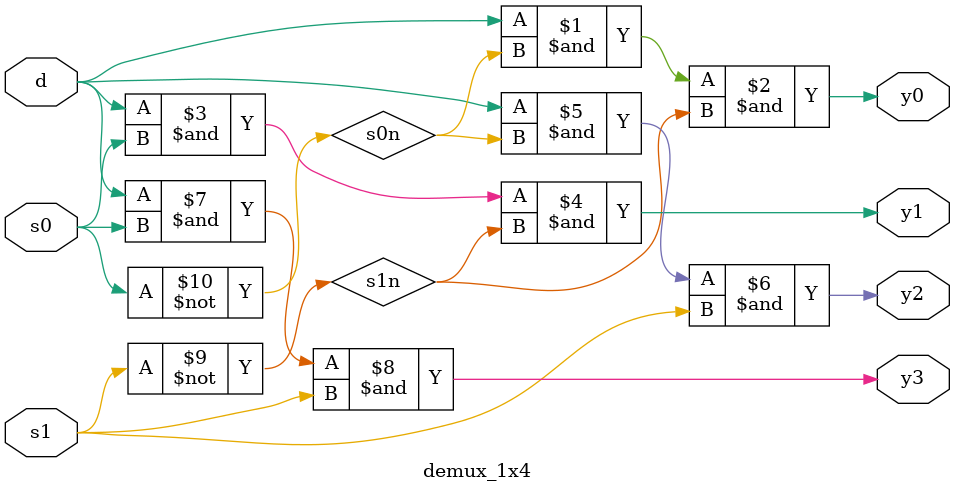
<source format=v>
`timescale 10ns/10ps

module demux_1x4(d,s0,s1,y0,y1,y2,y3);

input d,s0,s1;
output y0,y1,y2,y3;

wire s0n,s1n;

not(s1n,s1),(s0n,s0);


and  a1(y0,d,s0n,s1n);
and  a2(y1,d,s0,s1n);
and  a3(y2,d,s0n,s1);
and  a4(y3,d,s0,s1);

endmodule
</source>
